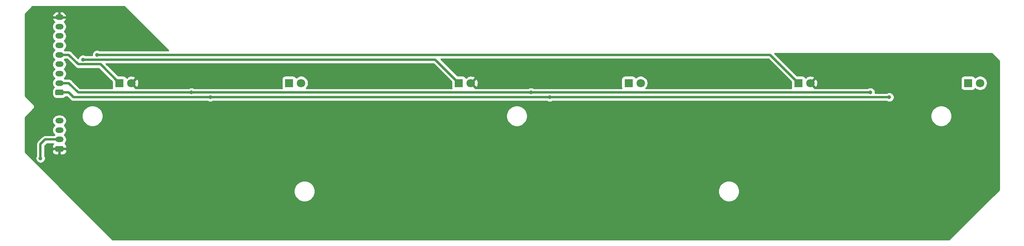
<source format=gbr>
G04 #@! TF.GenerationSoftware,KiCad,Pcbnew,(5.1.7)-1*
G04 #@! TF.CreationDate,2021-03-22T01:50:53-04:00*
G04 #@! TF.ProjectId,Circuit-AirSensor-Right,43697263-7569-4742-9d41-697253656e73,rev?*
G04 #@! TF.SameCoordinates,Original*
G04 #@! TF.FileFunction,Copper,L2,Bot*
G04 #@! TF.FilePolarity,Positive*
%FSLAX46Y46*%
G04 Gerber Fmt 4.6, Leading zero omitted, Abs format (unit mm)*
G04 Created by KiCad (PCBNEW (5.1.7)-1) date 2021-03-22 01:50:53*
%MOMM*%
%LPD*%
G01*
G04 APERTURE LIST*
G04 #@! TA.AperFunction,ComponentPad*
%ADD10O,1.750000X1.200000*%
G04 #@! TD*
G04 #@! TA.AperFunction,ComponentPad*
%ADD11C,1.800000*%
G04 #@! TD*
G04 #@! TA.AperFunction,ComponentPad*
%ADD12R,1.800000X1.800000*%
G04 #@! TD*
G04 #@! TA.AperFunction,ViaPad*
%ADD13C,0.800000*%
G04 #@! TD*
G04 #@! TA.AperFunction,Conductor*
%ADD14C,0.500000*%
G04 #@! TD*
G04 #@! TA.AperFunction,Conductor*
%ADD15C,0.254000*%
G04 #@! TD*
G04 #@! TA.AperFunction,Conductor*
%ADD16C,0.100000*%
G04 #@! TD*
G04 APERTURE END LIST*
D10*
X56000000Y-113000000D03*
X56000000Y-115000000D03*
X56000000Y-117000000D03*
G04 #@! TA.AperFunction,ComponentPad*
G36*
G01*
X56625001Y-119600000D02*
X55374999Y-119600000D01*
G75*
G02*
X55125000Y-119350001I0J249999D01*
G01*
X55125000Y-118649999D01*
G75*
G02*
X55374999Y-118400000I249999J0D01*
G01*
X56625001Y-118400000D01*
G75*
G02*
X56875000Y-118649999I0J-249999D01*
G01*
X56875000Y-119350001D01*
G75*
G02*
X56625001Y-119600000I-249999J0D01*
G01*
G37*
G04 #@! TD.AperFunction*
D11*
X179270000Y-105000000D03*
D12*
X176730000Y-105000000D03*
D11*
X251270000Y-105000000D03*
D12*
X248730000Y-105000000D03*
D11*
X215270000Y-105000000D03*
D12*
X212730000Y-105000000D03*
D11*
X143270000Y-105000000D03*
D12*
X140730000Y-105000000D03*
D11*
X107270000Y-105000000D03*
D12*
X104730000Y-105000000D03*
D11*
X71270000Y-105000000D03*
D12*
X68730000Y-105000000D03*
D10*
X56000000Y-91000000D03*
X56000000Y-93000000D03*
X56000000Y-95000000D03*
X56000000Y-97000000D03*
X56000000Y-99000000D03*
X56000000Y-101000000D03*
X56000000Y-103000000D03*
X56000000Y-105000000D03*
G04 #@! TA.AperFunction,ComponentPad*
G36*
G01*
X56625001Y-107600000D02*
X55374999Y-107600000D01*
G75*
G02*
X55125000Y-107350001I0J249999D01*
G01*
X55125000Y-106649999D01*
G75*
G02*
X55374999Y-106400000I249999J0D01*
G01*
X56625001Y-106400000D01*
G75*
G02*
X56875000Y-106649999I0J-249999D01*
G01*
X56875000Y-107350001D01*
G75*
G02*
X56625001Y-107600000I-249999J0D01*
G01*
G37*
G04 #@! TD.AperFunction*
D13*
X231050000Y-104950000D03*
X159050000Y-104950000D03*
X87050000Y-104950000D03*
X138000000Y-105000000D03*
X66000000Y-105000000D03*
X210000000Y-105000000D03*
X252000000Y-108000000D03*
X232000000Y-133500000D03*
X212000000Y-133500000D03*
X192000000Y-133500000D03*
X172000000Y-133500000D03*
X152000000Y-133500000D03*
X132000000Y-133500000D03*
X112000000Y-133500000D03*
X92000000Y-133500000D03*
X72000000Y-133500000D03*
X245000000Y-136000000D03*
X86000000Y-137000000D03*
X126000000Y-137000000D03*
X166000000Y-137000000D03*
X206000000Y-137000000D03*
X228000000Y-107000000D03*
X156000000Y-107000000D03*
X84000000Y-107000000D03*
X232000000Y-108000000D03*
X160000000Y-108000000D03*
X88000000Y-108000000D03*
X61000000Y-100000000D03*
X64000000Y-99000000D03*
X52000000Y-121000000D03*
D14*
X82000000Y-107000000D02*
X82000000Y-107000000D01*
X82000000Y-107000000D02*
X228000000Y-107000000D01*
X60000000Y-107000000D02*
X82000000Y-107000000D01*
X58000000Y-105000000D02*
X60000000Y-107000000D01*
X56000000Y-105000000D02*
X58000000Y-105000000D01*
X56000000Y-107000000D02*
X58000000Y-107000000D01*
X59000000Y-108000000D02*
X88000000Y-108000000D01*
X58000000Y-107000000D02*
X59000000Y-108000000D01*
X88000000Y-108000000D02*
X89000000Y-108000000D01*
X232000000Y-108000000D02*
X89000000Y-108000000D01*
X56000000Y-99000000D02*
X58000000Y-99000000D01*
X58000000Y-99000000D02*
X60000000Y-101000000D01*
X64730000Y-101000000D02*
X68730000Y-105000000D01*
X60000000Y-101000000D02*
X64730000Y-101000000D01*
X135730000Y-100000000D02*
X140730000Y-105000000D01*
X61000000Y-100000000D02*
X135730000Y-100000000D01*
X206730000Y-99000000D02*
X212730000Y-105000000D01*
X64000000Y-99000000D02*
X206730000Y-99000000D01*
X52000000Y-121000000D02*
X52000000Y-118000000D01*
X53000000Y-117000000D02*
X56000000Y-117000000D01*
X52000000Y-118000000D02*
X53000000Y-117000000D01*
D15*
X79110909Y-98115000D02*
X64538454Y-98115000D01*
X64490256Y-98082795D01*
X64301898Y-98004774D01*
X64101939Y-97965000D01*
X63898061Y-97965000D01*
X63698102Y-98004774D01*
X63509744Y-98082795D01*
X63340226Y-98196063D01*
X63196063Y-98340226D01*
X63082795Y-98509744D01*
X63004774Y-98698102D01*
X62965000Y-98898061D01*
X62965000Y-99101939D01*
X62967598Y-99115000D01*
X61538454Y-99115000D01*
X61490256Y-99082795D01*
X61301898Y-99004774D01*
X61101939Y-98965000D01*
X60898061Y-98965000D01*
X60698102Y-99004774D01*
X60509744Y-99082795D01*
X60340226Y-99196063D01*
X60196063Y-99340226D01*
X60082795Y-99509744D01*
X60004774Y-99698102D01*
X59995633Y-99744055D01*
X58656534Y-98404956D01*
X58628817Y-98371183D01*
X58494059Y-98260589D01*
X58340313Y-98178411D01*
X58173490Y-98127805D01*
X58043477Y-98115000D01*
X58043469Y-98115000D01*
X58000000Y-98110719D01*
X57956531Y-98115000D01*
X57143366Y-98115000D01*
X57003238Y-98000000D01*
X57152502Y-97877502D01*
X57306833Y-97689449D01*
X57421511Y-97474901D01*
X57492130Y-97242102D01*
X57515975Y-97000000D01*
X57492130Y-96757898D01*
X57421511Y-96525099D01*
X57306833Y-96310551D01*
X57152502Y-96122498D01*
X57003238Y-96000000D01*
X57152502Y-95877502D01*
X57306833Y-95689449D01*
X57421511Y-95474901D01*
X57492130Y-95242102D01*
X57515975Y-95000000D01*
X57492130Y-94757898D01*
X57421511Y-94525099D01*
X57306833Y-94310551D01*
X57152502Y-94122498D01*
X57003238Y-94000000D01*
X57152502Y-93877502D01*
X57306833Y-93689449D01*
X57421511Y-93474901D01*
X57492130Y-93242102D01*
X57515975Y-93000000D01*
X57492130Y-92757898D01*
X57421511Y-92525099D01*
X57306833Y-92310551D01*
X57152502Y-92122498D01*
X57002652Y-91999519D01*
X57066725Y-91956307D01*
X57238078Y-91783474D01*
X57372421Y-91580533D01*
X57464591Y-91355282D01*
X57468462Y-91317609D01*
X57343731Y-91127000D01*
X56127000Y-91127000D01*
X56127000Y-91147000D01*
X55873000Y-91147000D01*
X55873000Y-91127000D01*
X54656269Y-91127000D01*
X54531538Y-91317609D01*
X54535409Y-91355282D01*
X54627579Y-91580533D01*
X54761922Y-91783474D01*
X54933275Y-91956307D01*
X54997348Y-91999519D01*
X54847498Y-92122498D01*
X54693167Y-92310551D01*
X54578489Y-92525099D01*
X54507870Y-92757898D01*
X54484025Y-93000000D01*
X54507870Y-93242102D01*
X54578489Y-93474901D01*
X54693167Y-93689449D01*
X54847498Y-93877502D01*
X54996762Y-94000000D01*
X54847498Y-94122498D01*
X54693167Y-94310551D01*
X54578489Y-94525099D01*
X54507870Y-94757898D01*
X54484025Y-95000000D01*
X54507870Y-95242102D01*
X54578489Y-95474901D01*
X54693167Y-95689449D01*
X54847498Y-95877502D01*
X54996762Y-96000000D01*
X54847498Y-96122498D01*
X54693167Y-96310551D01*
X54578489Y-96525099D01*
X54507870Y-96757898D01*
X54484025Y-97000000D01*
X54507870Y-97242102D01*
X54578489Y-97474901D01*
X54693167Y-97689449D01*
X54847498Y-97877502D01*
X54996762Y-98000000D01*
X54847498Y-98122498D01*
X54693167Y-98310551D01*
X54578489Y-98525099D01*
X54507870Y-98757898D01*
X54484025Y-99000000D01*
X54507870Y-99242102D01*
X54578489Y-99474901D01*
X54693167Y-99689449D01*
X54847498Y-99877502D01*
X54996762Y-100000000D01*
X54847498Y-100122498D01*
X54693167Y-100310551D01*
X54578489Y-100525099D01*
X54507870Y-100757898D01*
X54484025Y-101000000D01*
X54507870Y-101242102D01*
X54578489Y-101474901D01*
X54693167Y-101689449D01*
X54847498Y-101877502D01*
X54996762Y-102000000D01*
X54847498Y-102122498D01*
X54693167Y-102310551D01*
X54578489Y-102525099D01*
X54507870Y-102757898D01*
X54484025Y-103000000D01*
X54507870Y-103242102D01*
X54578489Y-103474901D01*
X54693167Y-103689449D01*
X54847498Y-103877502D01*
X54996762Y-104000000D01*
X54847498Y-104122498D01*
X54693167Y-104310551D01*
X54578489Y-104525099D01*
X54507870Y-104757898D01*
X54484025Y-105000000D01*
X54507870Y-105242102D01*
X54578489Y-105474901D01*
X54693167Y-105689449D01*
X54847498Y-105877502D01*
X54886111Y-105909191D01*
X54881613Y-105911595D01*
X54747038Y-106022038D01*
X54636595Y-106156613D01*
X54554528Y-106310149D01*
X54503992Y-106476745D01*
X54486928Y-106649999D01*
X54486928Y-107350001D01*
X54503992Y-107523255D01*
X54554528Y-107689851D01*
X54636595Y-107843387D01*
X54747038Y-107977962D01*
X54881613Y-108088405D01*
X55035149Y-108170472D01*
X55201745Y-108221008D01*
X55374999Y-108238072D01*
X56625001Y-108238072D01*
X56798255Y-108221008D01*
X56964851Y-108170472D01*
X57118387Y-108088405D01*
X57252962Y-107977962D01*
X57329254Y-107885000D01*
X57633422Y-107885000D01*
X58343470Y-108595049D01*
X58371183Y-108628817D01*
X58404951Y-108656530D01*
X58404953Y-108656532D01*
X58505941Y-108739411D01*
X58659686Y-108821589D01*
X58826510Y-108872195D01*
X58956523Y-108885000D01*
X58956531Y-108885000D01*
X59000000Y-108889281D01*
X59043469Y-108885000D01*
X87461546Y-108885000D01*
X87509744Y-108917205D01*
X87698102Y-108995226D01*
X87898061Y-109035000D01*
X88101939Y-109035000D01*
X88301898Y-108995226D01*
X88490256Y-108917205D01*
X88538454Y-108885000D01*
X159461546Y-108885000D01*
X159509744Y-108917205D01*
X159698102Y-108995226D01*
X159898061Y-109035000D01*
X160101939Y-109035000D01*
X160301898Y-108995226D01*
X160490256Y-108917205D01*
X160538454Y-108885000D01*
X231461546Y-108885000D01*
X231509744Y-108917205D01*
X231698102Y-108995226D01*
X231898061Y-109035000D01*
X232101939Y-109035000D01*
X232301898Y-108995226D01*
X232490256Y-108917205D01*
X232659774Y-108803937D01*
X232803937Y-108659774D01*
X232917205Y-108490256D01*
X232995226Y-108301898D01*
X233035000Y-108101939D01*
X233035000Y-107898061D01*
X232995226Y-107698102D01*
X232917205Y-107509744D01*
X232803937Y-107340226D01*
X232659774Y-107196063D01*
X232490256Y-107082795D01*
X232301898Y-107004774D01*
X232101939Y-106965000D01*
X231898061Y-106965000D01*
X231698102Y-107004774D01*
X231509744Y-107082795D01*
X231461546Y-107115000D01*
X229032402Y-107115000D01*
X229035000Y-107101939D01*
X229035000Y-106898061D01*
X228995226Y-106698102D01*
X228917205Y-106509744D01*
X228803937Y-106340226D01*
X228659774Y-106196063D01*
X228490256Y-106082795D01*
X228301898Y-106004774D01*
X228101939Y-105965000D01*
X227898061Y-105965000D01*
X227698102Y-106004774D01*
X227509744Y-106082795D01*
X227461546Y-106115000D01*
X216137711Y-106115000D01*
X216154475Y-106064080D01*
X215270000Y-105179605D01*
X215255858Y-105193748D01*
X215076253Y-105014143D01*
X215090395Y-105000000D01*
X215449605Y-105000000D01*
X216334080Y-105884475D01*
X216588261Y-105800792D01*
X216719158Y-105528225D01*
X216794365Y-105235358D01*
X216810991Y-104933447D01*
X216768397Y-104634093D01*
X216668222Y-104348801D01*
X216588261Y-104199208D01*
X216334080Y-104115525D01*
X215449605Y-105000000D01*
X215090395Y-105000000D01*
X215076253Y-104985858D01*
X215255858Y-104806253D01*
X215270000Y-104820395D01*
X215990395Y-104100000D01*
X247191928Y-104100000D01*
X247191928Y-105900000D01*
X247204188Y-106024482D01*
X247240498Y-106144180D01*
X247299463Y-106254494D01*
X247378815Y-106351185D01*
X247475506Y-106430537D01*
X247585820Y-106489502D01*
X247705518Y-106525812D01*
X247830000Y-106538072D01*
X249630000Y-106538072D01*
X249754482Y-106525812D01*
X249874180Y-106489502D01*
X249984494Y-106430537D01*
X250081185Y-106351185D01*
X250160537Y-106254494D01*
X250219502Y-106144180D01*
X250225056Y-106125873D01*
X250291495Y-106192312D01*
X250542905Y-106360299D01*
X250822257Y-106476011D01*
X251118816Y-106535000D01*
X251421184Y-106535000D01*
X251717743Y-106476011D01*
X251997095Y-106360299D01*
X252248505Y-106192312D01*
X252462312Y-105978505D01*
X252630299Y-105727095D01*
X252746011Y-105447743D01*
X252805000Y-105151184D01*
X252805000Y-104848816D01*
X252746011Y-104552257D01*
X252630299Y-104272905D01*
X252462312Y-104021495D01*
X252248505Y-103807688D01*
X251997095Y-103639701D01*
X251717743Y-103523989D01*
X251421184Y-103465000D01*
X251118816Y-103465000D01*
X250822257Y-103523989D01*
X250542905Y-103639701D01*
X250291495Y-103807688D01*
X250225056Y-103874127D01*
X250219502Y-103855820D01*
X250160537Y-103745506D01*
X250081185Y-103648815D01*
X249984494Y-103569463D01*
X249874180Y-103510498D01*
X249754482Y-103474188D01*
X249630000Y-103461928D01*
X247830000Y-103461928D01*
X247705518Y-103474188D01*
X247585820Y-103510498D01*
X247475506Y-103569463D01*
X247378815Y-103648815D01*
X247299463Y-103745506D01*
X247240498Y-103855820D01*
X247204188Y-103975518D01*
X247191928Y-104100000D01*
X215990395Y-104100000D01*
X216154475Y-103935920D01*
X216070792Y-103681739D01*
X215798225Y-103550842D01*
X215505358Y-103475635D01*
X215203447Y-103459009D01*
X214904093Y-103501603D01*
X214618801Y-103601778D01*
X214469208Y-103681739D01*
X214385526Y-103935918D01*
X214269578Y-103819970D01*
X214222813Y-103866735D01*
X214219502Y-103855820D01*
X214160537Y-103745506D01*
X214081185Y-103648815D01*
X213984494Y-103569463D01*
X213874180Y-103510498D01*
X213754482Y-103474188D01*
X213630000Y-103461928D01*
X212443507Y-103461928D01*
X207691578Y-98710000D01*
X253705909Y-98710000D01*
X255290001Y-100294093D01*
X255290000Y-127705908D01*
X244705909Y-138290000D01*
X67294091Y-138290000D01*
X56783963Y-127779872D01*
X105765000Y-127779872D01*
X105765000Y-128220128D01*
X105850890Y-128651925D01*
X106019369Y-129058669D01*
X106263962Y-129424729D01*
X106575271Y-129736038D01*
X106941331Y-129980631D01*
X107348075Y-130149110D01*
X107779872Y-130235000D01*
X108220128Y-130235000D01*
X108651925Y-130149110D01*
X109058669Y-129980631D01*
X109424729Y-129736038D01*
X109736038Y-129424729D01*
X109980631Y-129058669D01*
X110149110Y-128651925D01*
X110235000Y-128220128D01*
X110235000Y-127779872D01*
X195765000Y-127779872D01*
X195765000Y-128220128D01*
X195850890Y-128651925D01*
X196019369Y-129058669D01*
X196263962Y-129424729D01*
X196575271Y-129736038D01*
X196941331Y-129980631D01*
X197348075Y-130149110D01*
X197779872Y-130235000D01*
X198220128Y-130235000D01*
X198651925Y-130149110D01*
X199058669Y-129980631D01*
X199424729Y-129736038D01*
X199736038Y-129424729D01*
X199980631Y-129058669D01*
X200149110Y-128651925D01*
X200235000Y-128220128D01*
X200235000Y-127779872D01*
X200149110Y-127348075D01*
X199980631Y-126941331D01*
X199736038Y-126575271D01*
X199424729Y-126263962D01*
X199058669Y-126019369D01*
X198651925Y-125850890D01*
X198220128Y-125765000D01*
X197779872Y-125765000D01*
X197348075Y-125850890D01*
X196941331Y-126019369D01*
X196575271Y-126263962D01*
X196263962Y-126575271D01*
X196019369Y-126941331D01*
X195850890Y-127348075D01*
X195765000Y-127779872D01*
X110235000Y-127779872D01*
X110149110Y-127348075D01*
X109980631Y-126941331D01*
X109736038Y-126575271D01*
X109424729Y-126263962D01*
X109058669Y-126019369D01*
X108651925Y-125850890D01*
X108220128Y-125765000D01*
X107779872Y-125765000D01*
X107348075Y-125850890D01*
X106941331Y-126019369D01*
X106575271Y-126263962D01*
X106263962Y-126575271D01*
X106019369Y-126941331D01*
X105850890Y-127348075D01*
X105765000Y-127779872D01*
X56783963Y-127779872D01*
X49902152Y-120898061D01*
X50965000Y-120898061D01*
X50965000Y-121101939D01*
X51004774Y-121301898D01*
X51082795Y-121490256D01*
X51196063Y-121659774D01*
X51340226Y-121803937D01*
X51509744Y-121917205D01*
X51698102Y-121995226D01*
X51898061Y-122035000D01*
X52101939Y-122035000D01*
X52301898Y-121995226D01*
X52490256Y-121917205D01*
X52659774Y-121803937D01*
X52803937Y-121659774D01*
X52917205Y-121490256D01*
X52995226Y-121301898D01*
X53035000Y-121101939D01*
X53035000Y-120898061D01*
X52995226Y-120698102D01*
X52917205Y-120509744D01*
X52885000Y-120461546D01*
X52885000Y-119600000D01*
X54486928Y-119600000D01*
X54499188Y-119724482D01*
X54535498Y-119844180D01*
X54594463Y-119954494D01*
X54673815Y-120051185D01*
X54770506Y-120130537D01*
X54880820Y-120189502D01*
X55000518Y-120225812D01*
X55125000Y-120238072D01*
X55714250Y-120235000D01*
X55873000Y-120076250D01*
X55873000Y-119127000D01*
X56127000Y-119127000D01*
X56127000Y-120076250D01*
X56285750Y-120235000D01*
X56875000Y-120238072D01*
X56999482Y-120225812D01*
X57119180Y-120189502D01*
X57229494Y-120130537D01*
X57326185Y-120051185D01*
X57405537Y-119954494D01*
X57464502Y-119844180D01*
X57500812Y-119724482D01*
X57513072Y-119600000D01*
X57510000Y-119285750D01*
X57351250Y-119127000D01*
X56127000Y-119127000D01*
X55873000Y-119127000D01*
X54648750Y-119127000D01*
X54490000Y-119285750D01*
X54486928Y-119600000D01*
X52885000Y-119600000D01*
X52885000Y-118366578D01*
X53366579Y-117885000D01*
X54751574Y-117885000D01*
X54673815Y-117948815D01*
X54594463Y-118045506D01*
X54535498Y-118155820D01*
X54499188Y-118275518D01*
X54486928Y-118400000D01*
X54490000Y-118714250D01*
X54648750Y-118873000D01*
X55873000Y-118873000D01*
X55873000Y-118853000D01*
X56127000Y-118853000D01*
X56127000Y-118873000D01*
X57351250Y-118873000D01*
X57510000Y-118714250D01*
X57513072Y-118400000D01*
X57500812Y-118275518D01*
X57464502Y-118155820D01*
X57405537Y-118045506D01*
X57326185Y-117948815D01*
X57229494Y-117869463D01*
X57180564Y-117843309D01*
X57306833Y-117689449D01*
X57421511Y-117474901D01*
X57492130Y-117242102D01*
X57515975Y-117000000D01*
X57492130Y-116757898D01*
X57421511Y-116525099D01*
X57306833Y-116310551D01*
X57152502Y-116122498D01*
X57003238Y-116000000D01*
X57152502Y-115877502D01*
X57306833Y-115689449D01*
X57421511Y-115474901D01*
X57492130Y-115242102D01*
X57515975Y-115000000D01*
X57492130Y-114757898D01*
X57421511Y-114525099D01*
X57306833Y-114310551D01*
X57152502Y-114122498D01*
X57003238Y-114000000D01*
X57152502Y-113877502D01*
X57306833Y-113689449D01*
X57421511Y-113474901D01*
X57492130Y-113242102D01*
X57515975Y-113000000D01*
X57492130Y-112757898D01*
X57421511Y-112525099D01*
X57306833Y-112310551D01*
X57152502Y-112122498D01*
X56964449Y-111968167D01*
X56749901Y-111853489D01*
X56517102Y-111782870D01*
X56486663Y-111779872D01*
X60765000Y-111779872D01*
X60765000Y-112220128D01*
X60850890Y-112651925D01*
X61019369Y-113058669D01*
X61263962Y-113424729D01*
X61575271Y-113736038D01*
X61941331Y-113980631D01*
X62348075Y-114149110D01*
X62779872Y-114235000D01*
X63220128Y-114235000D01*
X63651925Y-114149110D01*
X64058669Y-113980631D01*
X64424729Y-113736038D01*
X64736038Y-113424729D01*
X64980631Y-113058669D01*
X65149110Y-112651925D01*
X65235000Y-112220128D01*
X65235000Y-111779872D01*
X150765000Y-111779872D01*
X150765000Y-112220128D01*
X150850890Y-112651925D01*
X151019369Y-113058669D01*
X151263962Y-113424729D01*
X151575271Y-113736038D01*
X151941331Y-113980631D01*
X152348075Y-114149110D01*
X152779872Y-114235000D01*
X153220128Y-114235000D01*
X153651925Y-114149110D01*
X154058669Y-113980631D01*
X154424729Y-113736038D01*
X154736038Y-113424729D01*
X154980631Y-113058669D01*
X155149110Y-112651925D01*
X155235000Y-112220128D01*
X155235000Y-111779872D01*
X240765000Y-111779872D01*
X240765000Y-112220128D01*
X240850890Y-112651925D01*
X241019369Y-113058669D01*
X241263962Y-113424729D01*
X241575271Y-113736038D01*
X241941331Y-113980631D01*
X242348075Y-114149110D01*
X242779872Y-114235000D01*
X243220128Y-114235000D01*
X243651925Y-114149110D01*
X244058669Y-113980631D01*
X244424729Y-113736038D01*
X244736038Y-113424729D01*
X244980631Y-113058669D01*
X245149110Y-112651925D01*
X245235000Y-112220128D01*
X245235000Y-111779872D01*
X245149110Y-111348075D01*
X244980631Y-110941331D01*
X244736038Y-110575271D01*
X244424729Y-110263962D01*
X244058669Y-110019369D01*
X243651925Y-109850890D01*
X243220128Y-109765000D01*
X242779872Y-109765000D01*
X242348075Y-109850890D01*
X241941331Y-110019369D01*
X241575271Y-110263962D01*
X241263962Y-110575271D01*
X241019369Y-110941331D01*
X240850890Y-111348075D01*
X240765000Y-111779872D01*
X155235000Y-111779872D01*
X155149110Y-111348075D01*
X154980631Y-110941331D01*
X154736038Y-110575271D01*
X154424729Y-110263962D01*
X154058669Y-110019369D01*
X153651925Y-109850890D01*
X153220128Y-109765000D01*
X152779872Y-109765000D01*
X152348075Y-109850890D01*
X151941331Y-110019369D01*
X151575271Y-110263962D01*
X151263962Y-110575271D01*
X151019369Y-110941331D01*
X150850890Y-111348075D01*
X150765000Y-111779872D01*
X65235000Y-111779872D01*
X65149110Y-111348075D01*
X64980631Y-110941331D01*
X64736038Y-110575271D01*
X64424729Y-110263962D01*
X64058669Y-110019369D01*
X63651925Y-109850890D01*
X63220128Y-109765000D01*
X62779872Y-109765000D01*
X62348075Y-109850890D01*
X61941331Y-110019369D01*
X61575271Y-110263962D01*
X61263962Y-110575271D01*
X61019369Y-110941331D01*
X60850890Y-111348075D01*
X60765000Y-111779872D01*
X56486663Y-111779872D01*
X56335665Y-111765000D01*
X55664335Y-111765000D01*
X55482898Y-111782870D01*
X55250099Y-111853489D01*
X55035551Y-111968167D01*
X54847498Y-112122498D01*
X54693167Y-112310551D01*
X54578489Y-112525099D01*
X54507870Y-112757898D01*
X54484025Y-113000000D01*
X54507870Y-113242102D01*
X54578489Y-113474901D01*
X54693167Y-113689449D01*
X54847498Y-113877502D01*
X54996762Y-114000000D01*
X54847498Y-114122498D01*
X54693167Y-114310551D01*
X54578489Y-114525099D01*
X54507870Y-114757898D01*
X54484025Y-115000000D01*
X54507870Y-115242102D01*
X54578489Y-115474901D01*
X54693167Y-115689449D01*
X54847498Y-115877502D01*
X54996762Y-116000000D01*
X54856634Y-116115000D01*
X53043469Y-116115000D01*
X53000000Y-116110719D01*
X52956531Y-116115000D01*
X52956523Y-116115000D01*
X52826510Y-116127805D01*
X52659686Y-116178411D01*
X52505941Y-116260589D01*
X52404953Y-116343468D01*
X52404951Y-116343470D01*
X52371183Y-116371183D01*
X52343470Y-116404951D01*
X51404951Y-117343471D01*
X51371184Y-117371183D01*
X51343471Y-117404951D01*
X51343468Y-117404954D01*
X51260590Y-117505941D01*
X51178412Y-117659687D01*
X51127805Y-117826510D01*
X51110719Y-118000000D01*
X51115001Y-118043479D01*
X51115000Y-120461545D01*
X51082795Y-120509744D01*
X51004774Y-120698102D01*
X50965000Y-120898061D01*
X49902152Y-120898061D01*
X48710000Y-119705909D01*
X48710000Y-112294091D01*
X50477393Y-110526699D01*
X50504474Y-110504474D01*
X50526699Y-110477393D01*
X50526707Y-110477385D01*
X50593199Y-110396364D01*
X50659128Y-110273020D01*
X50699726Y-110139185D01*
X50713435Y-110000001D01*
X50699726Y-109860816D01*
X50659128Y-109726981D01*
X50659128Y-109726980D01*
X50593199Y-109603636D01*
X50526707Y-109522615D01*
X50526699Y-109522607D01*
X50504474Y-109495526D01*
X50477393Y-109473301D01*
X48710000Y-107705909D01*
X48710000Y-90682391D01*
X54531538Y-90682391D01*
X54656269Y-90873000D01*
X55873000Y-90873000D01*
X55873000Y-89765000D01*
X56127000Y-89765000D01*
X56127000Y-90873000D01*
X57343731Y-90873000D01*
X57468462Y-90682391D01*
X57464591Y-90644718D01*
X57372421Y-90419467D01*
X57238078Y-90216526D01*
X57066725Y-90043693D01*
X56864946Y-89907610D01*
X56640496Y-89813507D01*
X56402000Y-89765000D01*
X56127000Y-89765000D01*
X55873000Y-89765000D01*
X55598000Y-89765000D01*
X55359504Y-89813507D01*
X55135054Y-89907610D01*
X54933275Y-90043693D01*
X54761922Y-90216526D01*
X54627579Y-90419467D01*
X54535409Y-90644718D01*
X54531538Y-90682391D01*
X48710000Y-90682391D01*
X48710000Y-90294091D01*
X50294092Y-88710000D01*
X69705909Y-88710000D01*
X79110909Y-98115000D01*
G04 #@! TA.AperFunction,Conductor*
D16*
G36*
X79110909Y-98115000D02*
G01*
X64538454Y-98115000D01*
X64490256Y-98082795D01*
X64301898Y-98004774D01*
X64101939Y-97965000D01*
X63898061Y-97965000D01*
X63698102Y-98004774D01*
X63509744Y-98082795D01*
X63340226Y-98196063D01*
X63196063Y-98340226D01*
X63082795Y-98509744D01*
X63004774Y-98698102D01*
X62965000Y-98898061D01*
X62965000Y-99101939D01*
X62967598Y-99115000D01*
X61538454Y-99115000D01*
X61490256Y-99082795D01*
X61301898Y-99004774D01*
X61101939Y-98965000D01*
X60898061Y-98965000D01*
X60698102Y-99004774D01*
X60509744Y-99082795D01*
X60340226Y-99196063D01*
X60196063Y-99340226D01*
X60082795Y-99509744D01*
X60004774Y-99698102D01*
X59995633Y-99744055D01*
X58656534Y-98404956D01*
X58628817Y-98371183D01*
X58494059Y-98260589D01*
X58340313Y-98178411D01*
X58173490Y-98127805D01*
X58043477Y-98115000D01*
X58043469Y-98115000D01*
X58000000Y-98110719D01*
X57956531Y-98115000D01*
X57143366Y-98115000D01*
X57003238Y-98000000D01*
X57152502Y-97877502D01*
X57306833Y-97689449D01*
X57421511Y-97474901D01*
X57492130Y-97242102D01*
X57515975Y-97000000D01*
X57492130Y-96757898D01*
X57421511Y-96525099D01*
X57306833Y-96310551D01*
X57152502Y-96122498D01*
X57003238Y-96000000D01*
X57152502Y-95877502D01*
X57306833Y-95689449D01*
X57421511Y-95474901D01*
X57492130Y-95242102D01*
X57515975Y-95000000D01*
X57492130Y-94757898D01*
X57421511Y-94525099D01*
X57306833Y-94310551D01*
X57152502Y-94122498D01*
X57003238Y-94000000D01*
X57152502Y-93877502D01*
X57306833Y-93689449D01*
X57421511Y-93474901D01*
X57492130Y-93242102D01*
X57515975Y-93000000D01*
X57492130Y-92757898D01*
X57421511Y-92525099D01*
X57306833Y-92310551D01*
X57152502Y-92122498D01*
X57002652Y-91999519D01*
X57066725Y-91956307D01*
X57238078Y-91783474D01*
X57372421Y-91580533D01*
X57464591Y-91355282D01*
X57468462Y-91317609D01*
X57343731Y-91127000D01*
X56127000Y-91127000D01*
X56127000Y-91147000D01*
X55873000Y-91147000D01*
X55873000Y-91127000D01*
X54656269Y-91127000D01*
X54531538Y-91317609D01*
X54535409Y-91355282D01*
X54627579Y-91580533D01*
X54761922Y-91783474D01*
X54933275Y-91956307D01*
X54997348Y-91999519D01*
X54847498Y-92122498D01*
X54693167Y-92310551D01*
X54578489Y-92525099D01*
X54507870Y-92757898D01*
X54484025Y-93000000D01*
X54507870Y-93242102D01*
X54578489Y-93474901D01*
X54693167Y-93689449D01*
X54847498Y-93877502D01*
X54996762Y-94000000D01*
X54847498Y-94122498D01*
X54693167Y-94310551D01*
X54578489Y-94525099D01*
X54507870Y-94757898D01*
X54484025Y-95000000D01*
X54507870Y-95242102D01*
X54578489Y-95474901D01*
X54693167Y-95689449D01*
X54847498Y-95877502D01*
X54996762Y-96000000D01*
X54847498Y-96122498D01*
X54693167Y-96310551D01*
X54578489Y-96525099D01*
X54507870Y-96757898D01*
X54484025Y-97000000D01*
X54507870Y-97242102D01*
X54578489Y-97474901D01*
X54693167Y-97689449D01*
X54847498Y-97877502D01*
X54996762Y-98000000D01*
X54847498Y-98122498D01*
X54693167Y-98310551D01*
X54578489Y-98525099D01*
X54507870Y-98757898D01*
X54484025Y-99000000D01*
X54507870Y-99242102D01*
X54578489Y-99474901D01*
X54693167Y-99689449D01*
X54847498Y-99877502D01*
X54996762Y-100000000D01*
X54847498Y-100122498D01*
X54693167Y-100310551D01*
X54578489Y-100525099D01*
X54507870Y-100757898D01*
X54484025Y-101000000D01*
X54507870Y-101242102D01*
X54578489Y-101474901D01*
X54693167Y-101689449D01*
X54847498Y-101877502D01*
X54996762Y-102000000D01*
X54847498Y-102122498D01*
X54693167Y-102310551D01*
X54578489Y-102525099D01*
X54507870Y-102757898D01*
X54484025Y-103000000D01*
X54507870Y-103242102D01*
X54578489Y-103474901D01*
X54693167Y-103689449D01*
X54847498Y-103877502D01*
X54996762Y-104000000D01*
X54847498Y-104122498D01*
X54693167Y-104310551D01*
X54578489Y-104525099D01*
X54507870Y-104757898D01*
X54484025Y-105000000D01*
X54507870Y-105242102D01*
X54578489Y-105474901D01*
X54693167Y-105689449D01*
X54847498Y-105877502D01*
X54886111Y-105909191D01*
X54881613Y-105911595D01*
X54747038Y-106022038D01*
X54636595Y-106156613D01*
X54554528Y-106310149D01*
X54503992Y-106476745D01*
X54486928Y-106649999D01*
X54486928Y-107350001D01*
X54503992Y-107523255D01*
X54554528Y-107689851D01*
X54636595Y-107843387D01*
X54747038Y-107977962D01*
X54881613Y-108088405D01*
X55035149Y-108170472D01*
X55201745Y-108221008D01*
X55374999Y-108238072D01*
X56625001Y-108238072D01*
X56798255Y-108221008D01*
X56964851Y-108170472D01*
X57118387Y-108088405D01*
X57252962Y-107977962D01*
X57329254Y-107885000D01*
X57633422Y-107885000D01*
X58343470Y-108595049D01*
X58371183Y-108628817D01*
X58404951Y-108656530D01*
X58404953Y-108656532D01*
X58505941Y-108739411D01*
X58659686Y-108821589D01*
X58826510Y-108872195D01*
X58956523Y-108885000D01*
X58956531Y-108885000D01*
X59000000Y-108889281D01*
X59043469Y-108885000D01*
X87461546Y-108885000D01*
X87509744Y-108917205D01*
X87698102Y-108995226D01*
X87898061Y-109035000D01*
X88101939Y-109035000D01*
X88301898Y-108995226D01*
X88490256Y-108917205D01*
X88538454Y-108885000D01*
X159461546Y-108885000D01*
X159509744Y-108917205D01*
X159698102Y-108995226D01*
X159898061Y-109035000D01*
X160101939Y-109035000D01*
X160301898Y-108995226D01*
X160490256Y-108917205D01*
X160538454Y-108885000D01*
X231461546Y-108885000D01*
X231509744Y-108917205D01*
X231698102Y-108995226D01*
X231898061Y-109035000D01*
X232101939Y-109035000D01*
X232301898Y-108995226D01*
X232490256Y-108917205D01*
X232659774Y-108803937D01*
X232803937Y-108659774D01*
X232917205Y-108490256D01*
X232995226Y-108301898D01*
X233035000Y-108101939D01*
X233035000Y-107898061D01*
X232995226Y-107698102D01*
X232917205Y-107509744D01*
X232803937Y-107340226D01*
X232659774Y-107196063D01*
X232490256Y-107082795D01*
X232301898Y-107004774D01*
X232101939Y-106965000D01*
X231898061Y-106965000D01*
X231698102Y-107004774D01*
X231509744Y-107082795D01*
X231461546Y-107115000D01*
X229032402Y-107115000D01*
X229035000Y-107101939D01*
X229035000Y-106898061D01*
X228995226Y-106698102D01*
X228917205Y-106509744D01*
X228803937Y-106340226D01*
X228659774Y-106196063D01*
X228490256Y-106082795D01*
X228301898Y-106004774D01*
X228101939Y-105965000D01*
X227898061Y-105965000D01*
X227698102Y-106004774D01*
X227509744Y-106082795D01*
X227461546Y-106115000D01*
X216137711Y-106115000D01*
X216154475Y-106064080D01*
X215270000Y-105179605D01*
X215255858Y-105193748D01*
X215076253Y-105014143D01*
X215090395Y-105000000D01*
X215449605Y-105000000D01*
X216334080Y-105884475D01*
X216588261Y-105800792D01*
X216719158Y-105528225D01*
X216794365Y-105235358D01*
X216810991Y-104933447D01*
X216768397Y-104634093D01*
X216668222Y-104348801D01*
X216588261Y-104199208D01*
X216334080Y-104115525D01*
X215449605Y-105000000D01*
X215090395Y-105000000D01*
X215076253Y-104985858D01*
X215255858Y-104806253D01*
X215270000Y-104820395D01*
X215990395Y-104100000D01*
X247191928Y-104100000D01*
X247191928Y-105900000D01*
X247204188Y-106024482D01*
X247240498Y-106144180D01*
X247299463Y-106254494D01*
X247378815Y-106351185D01*
X247475506Y-106430537D01*
X247585820Y-106489502D01*
X247705518Y-106525812D01*
X247830000Y-106538072D01*
X249630000Y-106538072D01*
X249754482Y-106525812D01*
X249874180Y-106489502D01*
X249984494Y-106430537D01*
X250081185Y-106351185D01*
X250160537Y-106254494D01*
X250219502Y-106144180D01*
X250225056Y-106125873D01*
X250291495Y-106192312D01*
X250542905Y-106360299D01*
X250822257Y-106476011D01*
X251118816Y-106535000D01*
X251421184Y-106535000D01*
X251717743Y-106476011D01*
X251997095Y-106360299D01*
X252248505Y-106192312D01*
X252462312Y-105978505D01*
X252630299Y-105727095D01*
X252746011Y-105447743D01*
X252805000Y-105151184D01*
X252805000Y-104848816D01*
X252746011Y-104552257D01*
X252630299Y-104272905D01*
X252462312Y-104021495D01*
X252248505Y-103807688D01*
X251997095Y-103639701D01*
X251717743Y-103523989D01*
X251421184Y-103465000D01*
X251118816Y-103465000D01*
X250822257Y-103523989D01*
X250542905Y-103639701D01*
X250291495Y-103807688D01*
X250225056Y-103874127D01*
X250219502Y-103855820D01*
X250160537Y-103745506D01*
X250081185Y-103648815D01*
X249984494Y-103569463D01*
X249874180Y-103510498D01*
X249754482Y-103474188D01*
X249630000Y-103461928D01*
X247830000Y-103461928D01*
X247705518Y-103474188D01*
X247585820Y-103510498D01*
X247475506Y-103569463D01*
X247378815Y-103648815D01*
X247299463Y-103745506D01*
X247240498Y-103855820D01*
X247204188Y-103975518D01*
X247191928Y-104100000D01*
X215990395Y-104100000D01*
X216154475Y-103935920D01*
X216070792Y-103681739D01*
X215798225Y-103550842D01*
X215505358Y-103475635D01*
X215203447Y-103459009D01*
X214904093Y-103501603D01*
X214618801Y-103601778D01*
X214469208Y-103681739D01*
X214385526Y-103935918D01*
X214269578Y-103819970D01*
X214222813Y-103866735D01*
X214219502Y-103855820D01*
X214160537Y-103745506D01*
X214081185Y-103648815D01*
X213984494Y-103569463D01*
X213874180Y-103510498D01*
X213754482Y-103474188D01*
X213630000Y-103461928D01*
X212443507Y-103461928D01*
X207691578Y-98710000D01*
X253705909Y-98710000D01*
X255290001Y-100294093D01*
X255290000Y-127705908D01*
X244705909Y-138290000D01*
X67294091Y-138290000D01*
X56783963Y-127779872D01*
X105765000Y-127779872D01*
X105765000Y-128220128D01*
X105850890Y-128651925D01*
X106019369Y-129058669D01*
X106263962Y-129424729D01*
X106575271Y-129736038D01*
X106941331Y-129980631D01*
X107348075Y-130149110D01*
X107779872Y-130235000D01*
X108220128Y-130235000D01*
X108651925Y-130149110D01*
X109058669Y-129980631D01*
X109424729Y-129736038D01*
X109736038Y-129424729D01*
X109980631Y-129058669D01*
X110149110Y-128651925D01*
X110235000Y-128220128D01*
X110235000Y-127779872D01*
X195765000Y-127779872D01*
X195765000Y-128220128D01*
X195850890Y-128651925D01*
X196019369Y-129058669D01*
X196263962Y-129424729D01*
X196575271Y-129736038D01*
X196941331Y-129980631D01*
X197348075Y-130149110D01*
X197779872Y-130235000D01*
X198220128Y-130235000D01*
X198651925Y-130149110D01*
X199058669Y-129980631D01*
X199424729Y-129736038D01*
X199736038Y-129424729D01*
X199980631Y-129058669D01*
X200149110Y-128651925D01*
X200235000Y-128220128D01*
X200235000Y-127779872D01*
X200149110Y-127348075D01*
X199980631Y-126941331D01*
X199736038Y-126575271D01*
X199424729Y-126263962D01*
X199058669Y-126019369D01*
X198651925Y-125850890D01*
X198220128Y-125765000D01*
X197779872Y-125765000D01*
X197348075Y-125850890D01*
X196941331Y-126019369D01*
X196575271Y-126263962D01*
X196263962Y-126575271D01*
X196019369Y-126941331D01*
X195850890Y-127348075D01*
X195765000Y-127779872D01*
X110235000Y-127779872D01*
X110149110Y-127348075D01*
X109980631Y-126941331D01*
X109736038Y-126575271D01*
X109424729Y-126263962D01*
X109058669Y-126019369D01*
X108651925Y-125850890D01*
X108220128Y-125765000D01*
X107779872Y-125765000D01*
X107348075Y-125850890D01*
X106941331Y-126019369D01*
X106575271Y-126263962D01*
X106263962Y-126575271D01*
X106019369Y-126941331D01*
X105850890Y-127348075D01*
X105765000Y-127779872D01*
X56783963Y-127779872D01*
X49902152Y-120898061D01*
X50965000Y-120898061D01*
X50965000Y-121101939D01*
X51004774Y-121301898D01*
X51082795Y-121490256D01*
X51196063Y-121659774D01*
X51340226Y-121803937D01*
X51509744Y-121917205D01*
X51698102Y-121995226D01*
X51898061Y-122035000D01*
X52101939Y-122035000D01*
X52301898Y-121995226D01*
X52490256Y-121917205D01*
X52659774Y-121803937D01*
X52803937Y-121659774D01*
X52917205Y-121490256D01*
X52995226Y-121301898D01*
X53035000Y-121101939D01*
X53035000Y-120898061D01*
X52995226Y-120698102D01*
X52917205Y-120509744D01*
X52885000Y-120461546D01*
X52885000Y-119600000D01*
X54486928Y-119600000D01*
X54499188Y-119724482D01*
X54535498Y-119844180D01*
X54594463Y-119954494D01*
X54673815Y-120051185D01*
X54770506Y-120130537D01*
X54880820Y-120189502D01*
X55000518Y-120225812D01*
X55125000Y-120238072D01*
X55714250Y-120235000D01*
X55873000Y-120076250D01*
X55873000Y-119127000D01*
X56127000Y-119127000D01*
X56127000Y-120076250D01*
X56285750Y-120235000D01*
X56875000Y-120238072D01*
X56999482Y-120225812D01*
X57119180Y-120189502D01*
X57229494Y-120130537D01*
X57326185Y-120051185D01*
X57405537Y-119954494D01*
X57464502Y-119844180D01*
X57500812Y-119724482D01*
X57513072Y-119600000D01*
X57510000Y-119285750D01*
X57351250Y-119127000D01*
X56127000Y-119127000D01*
X55873000Y-119127000D01*
X54648750Y-119127000D01*
X54490000Y-119285750D01*
X54486928Y-119600000D01*
X52885000Y-119600000D01*
X52885000Y-118366578D01*
X53366579Y-117885000D01*
X54751574Y-117885000D01*
X54673815Y-117948815D01*
X54594463Y-118045506D01*
X54535498Y-118155820D01*
X54499188Y-118275518D01*
X54486928Y-118400000D01*
X54490000Y-118714250D01*
X54648750Y-118873000D01*
X55873000Y-118873000D01*
X55873000Y-118853000D01*
X56127000Y-118853000D01*
X56127000Y-118873000D01*
X57351250Y-118873000D01*
X57510000Y-118714250D01*
X57513072Y-118400000D01*
X57500812Y-118275518D01*
X57464502Y-118155820D01*
X57405537Y-118045506D01*
X57326185Y-117948815D01*
X57229494Y-117869463D01*
X57180564Y-117843309D01*
X57306833Y-117689449D01*
X57421511Y-117474901D01*
X57492130Y-117242102D01*
X57515975Y-117000000D01*
X57492130Y-116757898D01*
X57421511Y-116525099D01*
X57306833Y-116310551D01*
X57152502Y-116122498D01*
X57003238Y-116000000D01*
X57152502Y-115877502D01*
X57306833Y-115689449D01*
X57421511Y-115474901D01*
X57492130Y-115242102D01*
X57515975Y-115000000D01*
X57492130Y-114757898D01*
X57421511Y-114525099D01*
X57306833Y-114310551D01*
X57152502Y-114122498D01*
X57003238Y-114000000D01*
X57152502Y-113877502D01*
X57306833Y-113689449D01*
X57421511Y-113474901D01*
X57492130Y-113242102D01*
X57515975Y-113000000D01*
X57492130Y-112757898D01*
X57421511Y-112525099D01*
X57306833Y-112310551D01*
X57152502Y-112122498D01*
X56964449Y-111968167D01*
X56749901Y-111853489D01*
X56517102Y-111782870D01*
X56486663Y-111779872D01*
X60765000Y-111779872D01*
X60765000Y-112220128D01*
X60850890Y-112651925D01*
X61019369Y-113058669D01*
X61263962Y-113424729D01*
X61575271Y-113736038D01*
X61941331Y-113980631D01*
X62348075Y-114149110D01*
X62779872Y-114235000D01*
X63220128Y-114235000D01*
X63651925Y-114149110D01*
X64058669Y-113980631D01*
X64424729Y-113736038D01*
X64736038Y-113424729D01*
X64980631Y-113058669D01*
X65149110Y-112651925D01*
X65235000Y-112220128D01*
X65235000Y-111779872D01*
X150765000Y-111779872D01*
X150765000Y-112220128D01*
X150850890Y-112651925D01*
X151019369Y-113058669D01*
X151263962Y-113424729D01*
X151575271Y-113736038D01*
X151941331Y-113980631D01*
X152348075Y-114149110D01*
X152779872Y-114235000D01*
X153220128Y-114235000D01*
X153651925Y-114149110D01*
X154058669Y-113980631D01*
X154424729Y-113736038D01*
X154736038Y-113424729D01*
X154980631Y-113058669D01*
X155149110Y-112651925D01*
X155235000Y-112220128D01*
X155235000Y-111779872D01*
X240765000Y-111779872D01*
X240765000Y-112220128D01*
X240850890Y-112651925D01*
X241019369Y-113058669D01*
X241263962Y-113424729D01*
X241575271Y-113736038D01*
X241941331Y-113980631D01*
X242348075Y-114149110D01*
X242779872Y-114235000D01*
X243220128Y-114235000D01*
X243651925Y-114149110D01*
X244058669Y-113980631D01*
X244424729Y-113736038D01*
X244736038Y-113424729D01*
X244980631Y-113058669D01*
X245149110Y-112651925D01*
X245235000Y-112220128D01*
X245235000Y-111779872D01*
X245149110Y-111348075D01*
X244980631Y-110941331D01*
X244736038Y-110575271D01*
X244424729Y-110263962D01*
X244058669Y-110019369D01*
X243651925Y-109850890D01*
X243220128Y-109765000D01*
X242779872Y-109765000D01*
X242348075Y-109850890D01*
X241941331Y-110019369D01*
X241575271Y-110263962D01*
X241263962Y-110575271D01*
X241019369Y-110941331D01*
X240850890Y-111348075D01*
X240765000Y-111779872D01*
X155235000Y-111779872D01*
X155149110Y-111348075D01*
X154980631Y-110941331D01*
X154736038Y-110575271D01*
X154424729Y-110263962D01*
X154058669Y-110019369D01*
X153651925Y-109850890D01*
X153220128Y-109765000D01*
X152779872Y-109765000D01*
X152348075Y-109850890D01*
X151941331Y-110019369D01*
X151575271Y-110263962D01*
X151263962Y-110575271D01*
X151019369Y-110941331D01*
X150850890Y-111348075D01*
X150765000Y-111779872D01*
X65235000Y-111779872D01*
X65149110Y-111348075D01*
X64980631Y-110941331D01*
X64736038Y-110575271D01*
X64424729Y-110263962D01*
X64058669Y-110019369D01*
X63651925Y-109850890D01*
X63220128Y-109765000D01*
X62779872Y-109765000D01*
X62348075Y-109850890D01*
X61941331Y-110019369D01*
X61575271Y-110263962D01*
X61263962Y-110575271D01*
X61019369Y-110941331D01*
X60850890Y-111348075D01*
X60765000Y-111779872D01*
X56486663Y-111779872D01*
X56335665Y-111765000D01*
X55664335Y-111765000D01*
X55482898Y-111782870D01*
X55250099Y-111853489D01*
X55035551Y-111968167D01*
X54847498Y-112122498D01*
X54693167Y-112310551D01*
X54578489Y-112525099D01*
X54507870Y-112757898D01*
X54484025Y-113000000D01*
X54507870Y-113242102D01*
X54578489Y-113474901D01*
X54693167Y-113689449D01*
X54847498Y-113877502D01*
X54996762Y-114000000D01*
X54847498Y-114122498D01*
X54693167Y-114310551D01*
X54578489Y-114525099D01*
X54507870Y-114757898D01*
X54484025Y-115000000D01*
X54507870Y-115242102D01*
X54578489Y-115474901D01*
X54693167Y-115689449D01*
X54847498Y-115877502D01*
X54996762Y-116000000D01*
X54856634Y-116115000D01*
X53043469Y-116115000D01*
X53000000Y-116110719D01*
X52956531Y-116115000D01*
X52956523Y-116115000D01*
X52826510Y-116127805D01*
X52659686Y-116178411D01*
X52505941Y-116260589D01*
X52404953Y-116343468D01*
X52404951Y-116343470D01*
X52371183Y-116371183D01*
X52343470Y-116404951D01*
X51404951Y-117343471D01*
X51371184Y-117371183D01*
X51343471Y-117404951D01*
X51343468Y-117404954D01*
X51260590Y-117505941D01*
X51178412Y-117659687D01*
X51127805Y-117826510D01*
X51110719Y-118000000D01*
X51115001Y-118043479D01*
X51115000Y-120461545D01*
X51082795Y-120509744D01*
X51004774Y-120698102D01*
X50965000Y-120898061D01*
X49902152Y-120898061D01*
X48710000Y-119705909D01*
X48710000Y-112294091D01*
X50477393Y-110526699D01*
X50504474Y-110504474D01*
X50526699Y-110477393D01*
X50526707Y-110477385D01*
X50593199Y-110396364D01*
X50659128Y-110273020D01*
X50699726Y-110139185D01*
X50713435Y-110000001D01*
X50699726Y-109860816D01*
X50659128Y-109726981D01*
X50659128Y-109726980D01*
X50593199Y-109603636D01*
X50526707Y-109522615D01*
X50526699Y-109522607D01*
X50504474Y-109495526D01*
X50477393Y-109473301D01*
X48710000Y-107705909D01*
X48710000Y-90682391D01*
X54531538Y-90682391D01*
X54656269Y-90873000D01*
X55873000Y-90873000D01*
X55873000Y-89765000D01*
X56127000Y-89765000D01*
X56127000Y-90873000D01*
X57343731Y-90873000D01*
X57468462Y-90682391D01*
X57464591Y-90644718D01*
X57372421Y-90419467D01*
X57238078Y-90216526D01*
X57066725Y-90043693D01*
X56864946Y-89907610D01*
X56640496Y-89813507D01*
X56402000Y-89765000D01*
X56127000Y-89765000D01*
X55873000Y-89765000D01*
X55598000Y-89765000D01*
X55359504Y-89813507D01*
X55135054Y-89907610D01*
X54933275Y-90043693D01*
X54761922Y-90216526D01*
X54627579Y-90419467D01*
X54535409Y-90644718D01*
X54531538Y-90682391D01*
X48710000Y-90682391D01*
X48710000Y-90294091D01*
X50294092Y-88710000D01*
X69705909Y-88710000D01*
X79110909Y-98115000D01*
G37*
G04 #@! TD.AperFunction*
D15*
X139191928Y-104713507D02*
X139191928Y-105900000D01*
X139204188Y-106024482D01*
X139231646Y-106115000D01*
X108325817Y-106115000D01*
X108462312Y-105978505D01*
X108630299Y-105727095D01*
X108746011Y-105447743D01*
X108805000Y-105151184D01*
X108805000Y-104848816D01*
X108746011Y-104552257D01*
X108630299Y-104272905D01*
X108462312Y-104021495D01*
X108248505Y-103807688D01*
X107997095Y-103639701D01*
X107717743Y-103523989D01*
X107421184Y-103465000D01*
X107118816Y-103465000D01*
X106822257Y-103523989D01*
X106542905Y-103639701D01*
X106291495Y-103807688D01*
X106225056Y-103874127D01*
X106219502Y-103855820D01*
X106160537Y-103745506D01*
X106081185Y-103648815D01*
X105984494Y-103569463D01*
X105874180Y-103510498D01*
X105754482Y-103474188D01*
X105630000Y-103461928D01*
X103830000Y-103461928D01*
X103705518Y-103474188D01*
X103585820Y-103510498D01*
X103475506Y-103569463D01*
X103378815Y-103648815D01*
X103299463Y-103745506D01*
X103240498Y-103855820D01*
X103204188Y-103975518D01*
X103191928Y-104100000D01*
X103191928Y-105900000D01*
X103204188Y-106024482D01*
X103231646Y-106115000D01*
X84538454Y-106115000D01*
X84490256Y-106082795D01*
X84301898Y-106004774D01*
X84101939Y-105965000D01*
X83898061Y-105965000D01*
X83698102Y-106004774D01*
X83509744Y-106082795D01*
X83461546Y-106115000D01*
X72137711Y-106115000D01*
X72154475Y-106064080D01*
X71270000Y-105179605D01*
X71255858Y-105193748D01*
X71076253Y-105014143D01*
X71090395Y-105000000D01*
X71449605Y-105000000D01*
X72334080Y-105884475D01*
X72588261Y-105800792D01*
X72719158Y-105528225D01*
X72794365Y-105235358D01*
X72810991Y-104933447D01*
X72768397Y-104634093D01*
X72668222Y-104348801D01*
X72588261Y-104199208D01*
X72334080Y-104115525D01*
X71449605Y-105000000D01*
X71090395Y-105000000D01*
X71076253Y-104985858D01*
X71255858Y-104806253D01*
X71270000Y-104820395D01*
X72154475Y-103935920D01*
X72070792Y-103681739D01*
X71798225Y-103550842D01*
X71505358Y-103475635D01*
X71203447Y-103459009D01*
X70904093Y-103501603D01*
X70618801Y-103601778D01*
X70469208Y-103681739D01*
X70385526Y-103935918D01*
X70269578Y-103819970D01*
X70222813Y-103866735D01*
X70219502Y-103855820D01*
X70160537Y-103745506D01*
X70081185Y-103648815D01*
X69984494Y-103569463D01*
X69874180Y-103510498D01*
X69754482Y-103474188D01*
X69630000Y-103461928D01*
X68443507Y-103461928D01*
X65866578Y-100885000D01*
X135363422Y-100885000D01*
X139191928Y-104713507D01*
G04 #@! TA.AperFunction,Conductor*
D16*
G36*
X139191928Y-104713507D02*
G01*
X139191928Y-105900000D01*
X139204188Y-106024482D01*
X139231646Y-106115000D01*
X108325817Y-106115000D01*
X108462312Y-105978505D01*
X108630299Y-105727095D01*
X108746011Y-105447743D01*
X108805000Y-105151184D01*
X108805000Y-104848816D01*
X108746011Y-104552257D01*
X108630299Y-104272905D01*
X108462312Y-104021495D01*
X108248505Y-103807688D01*
X107997095Y-103639701D01*
X107717743Y-103523989D01*
X107421184Y-103465000D01*
X107118816Y-103465000D01*
X106822257Y-103523989D01*
X106542905Y-103639701D01*
X106291495Y-103807688D01*
X106225056Y-103874127D01*
X106219502Y-103855820D01*
X106160537Y-103745506D01*
X106081185Y-103648815D01*
X105984494Y-103569463D01*
X105874180Y-103510498D01*
X105754482Y-103474188D01*
X105630000Y-103461928D01*
X103830000Y-103461928D01*
X103705518Y-103474188D01*
X103585820Y-103510498D01*
X103475506Y-103569463D01*
X103378815Y-103648815D01*
X103299463Y-103745506D01*
X103240498Y-103855820D01*
X103204188Y-103975518D01*
X103191928Y-104100000D01*
X103191928Y-105900000D01*
X103204188Y-106024482D01*
X103231646Y-106115000D01*
X84538454Y-106115000D01*
X84490256Y-106082795D01*
X84301898Y-106004774D01*
X84101939Y-105965000D01*
X83898061Y-105965000D01*
X83698102Y-106004774D01*
X83509744Y-106082795D01*
X83461546Y-106115000D01*
X72137711Y-106115000D01*
X72154475Y-106064080D01*
X71270000Y-105179605D01*
X71255858Y-105193748D01*
X71076253Y-105014143D01*
X71090395Y-105000000D01*
X71449605Y-105000000D01*
X72334080Y-105884475D01*
X72588261Y-105800792D01*
X72719158Y-105528225D01*
X72794365Y-105235358D01*
X72810991Y-104933447D01*
X72768397Y-104634093D01*
X72668222Y-104348801D01*
X72588261Y-104199208D01*
X72334080Y-104115525D01*
X71449605Y-105000000D01*
X71090395Y-105000000D01*
X71076253Y-104985858D01*
X71255858Y-104806253D01*
X71270000Y-104820395D01*
X72154475Y-103935920D01*
X72070792Y-103681739D01*
X71798225Y-103550842D01*
X71505358Y-103475635D01*
X71203447Y-103459009D01*
X70904093Y-103501603D01*
X70618801Y-103601778D01*
X70469208Y-103681739D01*
X70385526Y-103935918D01*
X70269578Y-103819970D01*
X70222813Y-103866735D01*
X70219502Y-103855820D01*
X70160537Y-103745506D01*
X70081185Y-103648815D01*
X69984494Y-103569463D01*
X69874180Y-103510498D01*
X69754482Y-103474188D01*
X69630000Y-103461928D01*
X68443507Y-103461928D01*
X65866578Y-100885000D01*
X135363422Y-100885000D01*
X139191928Y-104713507D01*
G37*
G04 #@! TD.AperFunction*
D15*
X211191928Y-104713507D02*
X211191928Y-105900000D01*
X211204188Y-106024482D01*
X211231646Y-106115000D01*
X180325817Y-106115000D01*
X180462312Y-105978505D01*
X180630299Y-105727095D01*
X180746011Y-105447743D01*
X180805000Y-105151184D01*
X180805000Y-104848816D01*
X180746011Y-104552257D01*
X180630299Y-104272905D01*
X180462312Y-104021495D01*
X180248505Y-103807688D01*
X179997095Y-103639701D01*
X179717743Y-103523989D01*
X179421184Y-103465000D01*
X179118816Y-103465000D01*
X178822257Y-103523989D01*
X178542905Y-103639701D01*
X178291495Y-103807688D01*
X178225056Y-103874127D01*
X178219502Y-103855820D01*
X178160537Y-103745506D01*
X178081185Y-103648815D01*
X177984494Y-103569463D01*
X177874180Y-103510498D01*
X177754482Y-103474188D01*
X177630000Y-103461928D01*
X175830000Y-103461928D01*
X175705518Y-103474188D01*
X175585820Y-103510498D01*
X175475506Y-103569463D01*
X175378815Y-103648815D01*
X175299463Y-103745506D01*
X175240498Y-103855820D01*
X175204188Y-103975518D01*
X175191928Y-104100000D01*
X175191928Y-105900000D01*
X175204188Y-106024482D01*
X175231646Y-106115000D01*
X156538454Y-106115000D01*
X156490256Y-106082795D01*
X156301898Y-106004774D01*
X156101939Y-105965000D01*
X155898061Y-105965000D01*
X155698102Y-106004774D01*
X155509744Y-106082795D01*
X155461546Y-106115000D01*
X144137711Y-106115000D01*
X144154475Y-106064080D01*
X143270000Y-105179605D01*
X143255858Y-105193748D01*
X143076253Y-105014143D01*
X143090395Y-105000000D01*
X143449605Y-105000000D01*
X144334080Y-105884475D01*
X144588261Y-105800792D01*
X144719158Y-105528225D01*
X144794365Y-105235358D01*
X144810991Y-104933447D01*
X144768397Y-104634093D01*
X144668222Y-104348801D01*
X144588261Y-104199208D01*
X144334080Y-104115525D01*
X143449605Y-105000000D01*
X143090395Y-105000000D01*
X143076253Y-104985858D01*
X143255858Y-104806253D01*
X143270000Y-104820395D01*
X144154475Y-103935920D01*
X144070792Y-103681739D01*
X143798225Y-103550842D01*
X143505358Y-103475635D01*
X143203447Y-103459009D01*
X142904093Y-103501603D01*
X142618801Y-103601778D01*
X142469208Y-103681739D01*
X142385526Y-103935918D01*
X142269578Y-103819970D01*
X142222813Y-103866735D01*
X142219502Y-103855820D01*
X142160537Y-103745506D01*
X142081185Y-103648815D01*
X141984494Y-103569463D01*
X141874180Y-103510498D01*
X141754482Y-103474188D01*
X141630000Y-103461928D01*
X140443507Y-103461928D01*
X136866578Y-99885000D01*
X206363422Y-99885000D01*
X211191928Y-104713507D01*
G04 #@! TA.AperFunction,Conductor*
D16*
G36*
X211191928Y-104713507D02*
G01*
X211191928Y-105900000D01*
X211204188Y-106024482D01*
X211231646Y-106115000D01*
X180325817Y-106115000D01*
X180462312Y-105978505D01*
X180630299Y-105727095D01*
X180746011Y-105447743D01*
X180805000Y-105151184D01*
X180805000Y-104848816D01*
X180746011Y-104552257D01*
X180630299Y-104272905D01*
X180462312Y-104021495D01*
X180248505Y-103807688D01*
X179997095Y-103639701D01*
X179717743Y-103523989D01*
X179421184Y-103465000D01*
X179118816Y-103465000D01*
X178822257Y-103523989D01*
X178542905Y-103639701D01*
X178291495Y-103807688D01*
X178225056Y-103874127D01*
X178219502Y-103855820D01*
X178160537Y-103745506D01*
X178081185Y-103648815D01*
X177984494Y-103569463D01*
X177874180Y-103510498D01*
X177754482Y-103474188D01*
X177630000Y-103461928D01*
X175830000Y-103461928D01*
X175705518Y-103474188D01*
X175585820Y-103510498D01*
X175475506Y-103569463D01*
X175378815Y-103648815D01*
X175299463Y-103745506D01*
X175240498Y-103855820D01*
X175204188Y-103975518D01*
X175191928Y-104100000D01*
X175191928Y-105900000D01*
X175204188Y-106024482D01*
X175231646Y-106115000D01*
X156538454Y-106115000D01*
X156490256Y-106082795D01*
X156301898Y-106004774D01*
X156101939Y-105965000D01*
X155898061Y-105965000D01*
X155698102Y-106004774D01*
X155509744Y-106082795D01*
X155461546Y-106115000D01*
X144137711Y-106115000D01*
X144154475Y-106064080D01*
X143270000Y-105179605D01*
X143255858Y-105193748D01*
X143076253Y-105014143D01*
X143090395Y-105000000D01*
X143449605Y-105000000D01*
X144334080Y-105884475D01*
X144588261Y-105800792D01*
X144719158Y-105528225D01*
X144794365Y-105235358D01*
X144810991Y-104933447D01*
X144768397Y-104634093D01*
X144668222Y-104348801D01*
X144588261Y-104199208D01*
X144334080Y-104115525D01*
X143449605Y-105000000D01*
X143090395Y-105000000D01*
X143076253Y-104985858D01*
X143255858Y-104806253D01*
X143270000Y-104820395D01*
X144154475Y-103935920D01*
X144070792Y-103681739D01*
X143798225Y-103550842D01*
X143505358Y-103475635D01*
X143203447Y-103459009D01*
X142904093Y-103501603D01*
X142618801Y-103601778D01*
X142469208Y-103681739D01*
X142385526Y-103935918D01*
X142269578Y-103819970D01*
X142222813Y-103866735D01*
X142219502Y-103855820D01*
X142160537Y-103745506D01*
X142081185Y-103648815D01*
X141984494Y-103569463D01*
X141874180Y-103510498D01*
X141754482Y-103474188D01*
X141630000Y-103461928D01*
X140443507Y-103461928D01*
X136866578Y-99885000D01*
X206363422Y-99885000D01*
X211191928Y-104713507D01*
G37*
G04 #@! TD.AperFunction*
D15*
X59343470Y-101595049D02*
X59371183Y-101628817D01*
X59404951Y-101656530D01*
X59404953Y-101656532D01*
X59476452Y-101715210D01*
X59505941Y-101739411D01*
X59659687Y-101821589D01*
X59826510Y-101872195D01*
X59956523Y-101885000D01*
X59956533Y-101885000D01*
X59999999Y-101889281D01*
X60043465Y-101885000D01*
X64363422Y-101885000D01*
X67191928Y-104713507D01*
X67191928Y-105900000D01*
X67204188Y-106024482D01*
X67231646Y-106115000D01*
X60366579Y-106115000D01*
X58656534Y-104404956D01*
X58628817Y-104371183D01*
X58494059Y-104260589D01*
X58340313Y-104178411D01*
X58173490Y-104127805D01*
X58043477Y-104115000D01*
X58043469Y-104115000D01*
X58000000Y-104110719D01*
X57956531Y-104115000D01*
X57143366Y-104115000D01*
X57003238Y-104000000D01*
X57152502Y-103877502D01*
X57306833Y-103689449D01*
X57421511Y-103474901D01*
X57492130Y-103242102D01*
X57515975Y-103000000D01*
X57492130Y-102757898D01*
X57421511Y-102525099D01*
X57306833Y-102310551D01*
X57152502Y-102122498D01*
X57003238Y-102000000D01*
X57152502Y-101877502D01*
X57306833Y-101689449D01*
X57421511Y-101474901D01*
X57492130Y-101242102D01*
X57515975Y-101000000D01*
X57492130Y-100757898D01*
X57421511Y-100525099D01*
X57306833Y-100310551D01*
X57152502Y-100122498D01*
X57003238Y-100000000D01*
X57143366Y-99885000D01*
X57633422Y-99885000D01*
X59343470Y-101595049D01*
G04 #@! TA.AperFunction,Conductor*
D16*
G36*
X59343470Y-101595049D02*
G01*
X59371183Y-101628817D01*
X59404951Y-101656530D01*
X59404953Y-101656532D01*
X59476452Y-101715210D01*
X59505941Y-101739411D01*
X59659687Y-101821589D01*
X59826510Y-101872195D01*
X59956523Y-101885000D01*
X59956533Y-101885000D01*
X59999999Y-101889281D01*
X60043465Y-101885000D01*
X64363422Y-101885000D01*
X67191928Y-104713507D01*
X67191928Y-105900000D01*
X67204188Y-106024482D01*
X67231646Y-106115000D01*
X60366579Y-106115000D01*
X58656534Y-104404956D01*
X58628817Y-104371183D01*
X58494059Y-104260589D01*
X58340313Y-104178411D01*
X58173490Y-104127805D01*
X58043477Y-104115000D01*
X58043469Y-104115000D01*
X58000000Y-104110719D01*
X57956531Y-104115000D01*
X57143366Y-104115000D01*
X57003238Y-104000000D01*
X57152502Y-103877502D01*
X57306833Y-103689449D01*
X57421511Y-103474901D01*
X57492130Y-103242102D01*
X57515975Y-103000000D01*
X57492130Y-102757898D01*
X57421511Y-102525099D01*
X57306833Y-102310551D01*
X57152502Y-102122498D01*
X57003238Y-102000000D01*
X57152502Y-101877502D01*
X57306833Y-101689449D01*
X57421511Y-101474901D01*
X57492130Y-101242102D01*
X57515975Y-101000000D01*
X57492130Y-100757898D01*
X57421511Y-100525099D01*
X57306833Y-100310551D01*
X57152502Y-100122498D01*
X57003238Y-100000000D01*
X57143366Y-99885000D01*
X57633422Y-99885000D01*
X59343470Y-101595049D01*
G37*
G04 #@! TD.AperFunction*
M02*

</source>
